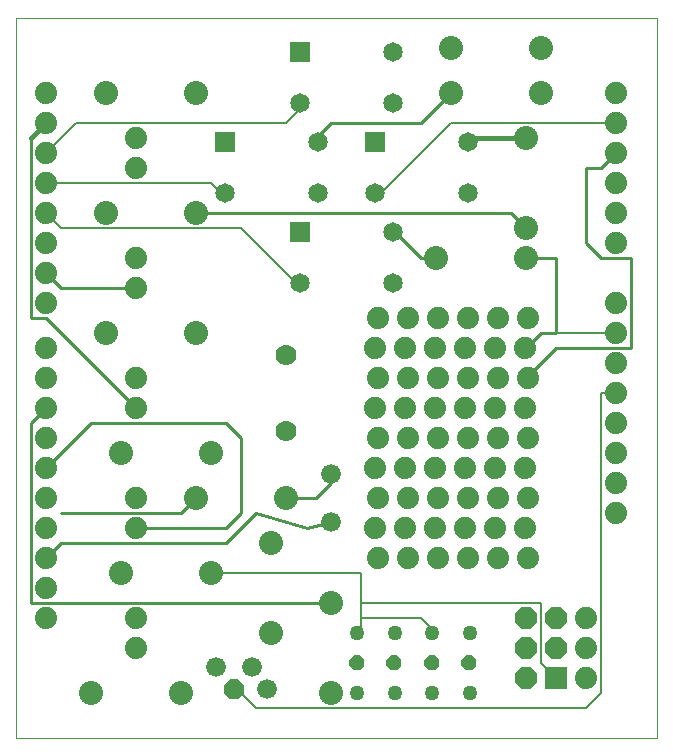
<source format=gbl>
G75*
%MOIN*%
%OFA0B0*%
%FSLAX24Y24*%
%IPPOS*%
%LPD*%
%AMOC8*
5,1,8,0,0,1.08239X$1,22.5*
%
%ADD10C,0.0000*%
%ADD11C,0.0740*%
%ADD12C,0.0800*%
%ADD13C,0.0700*%
%ADD14R,0.0650X0.0650*%
%ADD15C,0.0650*%
%ADD16OC8,0.0500*%
%ADD17C,0.0500*%
%ADD18C,0.0660*%
%ADD19R,0.0740X0.0740*%
%ADD20OC8,0.0740*%
%ADD21OC8,0.0660*%
%ADD22C,0.0060*%
%ADD23C,0.0100*%
%ADD24C,0.0160*%
D10*
X010333Y007000D02*
X010333Y030996D01*
X031703Y030996D01*
X031703Y007000D01*
X010333Y007000D01*
D11*
X014333Y010000D03*
X014333Y011000D03*
X011333Y011000D03*
X011333Y012000D03*
X011333Y013000D03*
X011333Y014000D03*
X011333Y015000D03*
X011333Y016000D03*
X011333Y017000D03*
X011333Y018000D03*
X011333Y019000D03*
X011333Y020000D03*
X011333Y021500D03*
X011333Y022500D03*
X011333Y023500D03*
X011333Y024500D03*
X011333Y025500D03*
X011333Y026500D03*
X011333Y027500D03*
X011333Y028500D03*
X014333Y027000D03*
X014333Y026000D03*
X014333Y023000D03*
X014333Y022000D03*
X014333Y019000D03*
X014333Y018000D03*
X014333Y015000D03*
X014333Y014000D03*
X022283Y014000D03*
X023283Y014000D03*
X024283Y014000D03*
X025283Y014000D03*
X026283Y014000D03*
X027283Y014000D03*
X027383Y015000D03*
X026383Y015000D03*
X025383Y015000D03*
X024383Y015000D03*
X023383Y015000D03*
X022383Y015000D03*
X022283Y016000D03*
X023283Y016000D03*
X024283Y016000D03*
X025283Y016000D03*
X026283Y016000D03*
X027283Y016000D03*
X027383Y017000D03*
X026383Y017000D03*
X025383Y017000D03*
X024383Y017000D03*
X023383Y017000D03*
X022383Y017000D03*
X022283Y018000D03*
X023283Y018000D03*
X024283Y018000D03*
X025283Y018000D03*
X026283Y018000D03*
X027283Y018000D03*
X027383Y019000D03*
X026383Y019000D03*
X025383Y019000D03*
X024383Y019000D03*
X023383Y019000D03*
X022383Y019000D03*
X022283Y020000D03*
X023283Y020000D03*
X024283Y020000D03*
X025283Y020000D03*
X026283Y020000D03*
X027283Y020000D03*
X027383Y021000D03*
X026383Y021000D03*
X025383Y021000D03*
X024383Y021000D03*
X023383Y021000D03*
X022383Y021000D03*
X030333Y020500D03*
X030333Y019500D03*
X030333Y018500D03*
X030333Y017500D03*
X030333Y016500D03*
X030333Y015500D03*
X030333Y014500D03*
X027383Y013000D03*
X026383Y013000D03*
X025383Y013000D03*
X024383Y013000D03*
X023383Y013000D03*
X022383Y013000D03*
X029333Y011000D03*
X029333Y010000D03*
X029333Y009000D03*
X030333Y021500D03*
X030333Y023500D03*
X030333Y024500D03*
X030333Y025500D03*
X030333Y026500D03*
X030333Y027500D03*
X030333Y028500D03*
D12*
X027833Y028500D03*
X027833Y030000D03*
X024833Y030000D03*
X024833Y028500D03*
X027333Y027000D03*
X027333Y024000D03*
X027333Y023000D03*
X024333Y023000D03*
X016333Y024500D03*
X013333Y024500D03*
X013333Y020500D03*
X016333Y020500D03*
X016833Y016500D03*
X016333Y015000D03*
X013833Y016500D03*
X018833Y013500D03*
X016833Y012500D03*
X018833Y010500D03*
X020833Y011500D03*
X020833Y008500D03*
X015833Y008500D03*
X012833Y008500D03*
X013833Y012500D03*
X019333Y015000D03*
X016333Y028500D03*
X013333Y028500D03*
D13*
X019333Y019780D03*
X019333Y017220D03*
D14*
X019783Y023850D03*
X017283Y026850D03*
X019783Y029850D03*
X022283Y026850D03*
D15*
X022883Y028150D03*
X022883Y029850D03*
X019783Y028150D03*
X020383Y026850D03*
X020383Y025150D03*
X022283Y025150D03*
X022883Y023850D03*
X022883Y022150D03*
X019783Y022150D03*
X017283Y025150D03*
X025383Y025150D03*
X025383Y026850D03*
D16*
X025433Y009500D03*
X024203Y009500D03*
X022933Y009500D03*
X021703Y009500D03*
D17*
X021703Y008500D03*
X022963Y008500D03*
X024203Y008500D03*
X025463Y008500D03*
X025463Y010500D03*
X024203Y010500D03*
X022963Y010500D03*
X021703Y010500D03*
D18*
X018683Y008619D03*
X018183Y009381D03*
X016983Y009381D03*
X020833Y014213D03*
X020833Y015787D03*
D19*
X028333Y009000D03*
D20*
X027333Y009000D03*
X027333Y010000D03*
X028333Y010000D03*
X028333Y011000D03*
X027333Y011000D03*
D21*
X017583Y008619D03*
D22*
X017833Y008500D01*
X018333Y008000D01*
X029333Y008000D01*
X029833Y008500D01*
X029833Y018500D01*
X030333Y018500D01*
X030333Y020500D02*
X028333Y020500D01*
X022333Y025000D02*
X022283Y025150D01*
X022333Y025000D02*
X024833Y027500D01*
X030333Y027500D01*
X019833Y028000D02*
X019783Y028150D01*
X019833Y028000D02*
X019333Y027500D01*
X012333Y027500D01*
X011333Y026500D01*
X011333Y025500D02*
X016833Y025500D01*
X017333Y025000D01*
X017283Y025150D01*
X017833Y024000D02*
X011833Y024000D01*
X011333Y024500D01*
X017833Y024000D02*
X019833Y022000D01*
X019783Y022150D01*
X021833Y012500D02*
X016833Y012500D01*
X021833Y012500D02*
X021833Y011500D01*
X027833Y011500D01*
X027833Y009500D01*
X028333Y009000D01*
X024333Y010500D02*
X024203Y010500D01*
X024333Y010500D02*
X023833Y011000D01*
X021833Y011000D01*
X021833Y010500D01*
X021703Y010500D01*
X021833Y011000D02*
X021833Y011500D01*
D23*
X020833Y011500D02*
X010833Y011500D01*
X010833Y017500D01*
X011333Y018000D01*
X012833Y017500D02*
X017333Y017500D01*
X017833Y017000D01*
X017833Y014500D01*
X017333Y014000D01*
X014333Y014000D01*
X015833Y014500D02*
X016333Y015000D01*
X015833Y014500D02*
X011833Y014500D01*
X011833Y013500D02*
X017333Y013500D01*
X018333Y014500D01*
X020046Y014000D01*
X020833Y014213D01*
X020333Y015000D02*
X019333Y015000D01*
X020333Y015000D02*
X020833Y015500D01*
X020833Y015787D01*
X027333Y017000D02*
X027383Y017000D01*
X027333Y019000D02*
X027383Y019000D01*
X027333Y019000D02*
X028333Y020000D01*
X030833Y020000D01*
X030833Y023000D01*
X029833Y023000D01*
X029333Y023500D01*
X029333Y026000D01*
X029833Y026000D01*
X030333Y026500D01*
X027333Y024000D02*
X026833Y024500D01*
X016333Y024500D01*
X014333Y022000D02*
X011833Y022000D01*
X011333Y022500D01*
X011333Y021000D02*
X010833Y021000D01*
X010833Y027000D01*
X011333Y021000D02*
X014333Y018000D01*
X012833Y017500D02*
X011333Y016000D01*
X011833Y013500D02*
X011333Y013000D01*
X022833Y024000D02*
X023833Y023000D01*
X024333Y023000D01*
X022883Y023850D02*
X022833Y024000D01*
X020383Y026850D02*
X020333Y027000D01*
X020833Y027500D01*
X023833Y027500D01*
X024833Y028500D01*
X027333Y023000D02*
X028333Y023000D01*
X028333Y020500D01*
X027833Y020500D01*
X027333Y020000D01*
X027283Y020000D01*
D24*
X027333Y027000D02*
X025533Y027000D01*
X025383Y026850D01*
X011333Y027500D02*
X010833Y027000D01*
M02*

</source>
